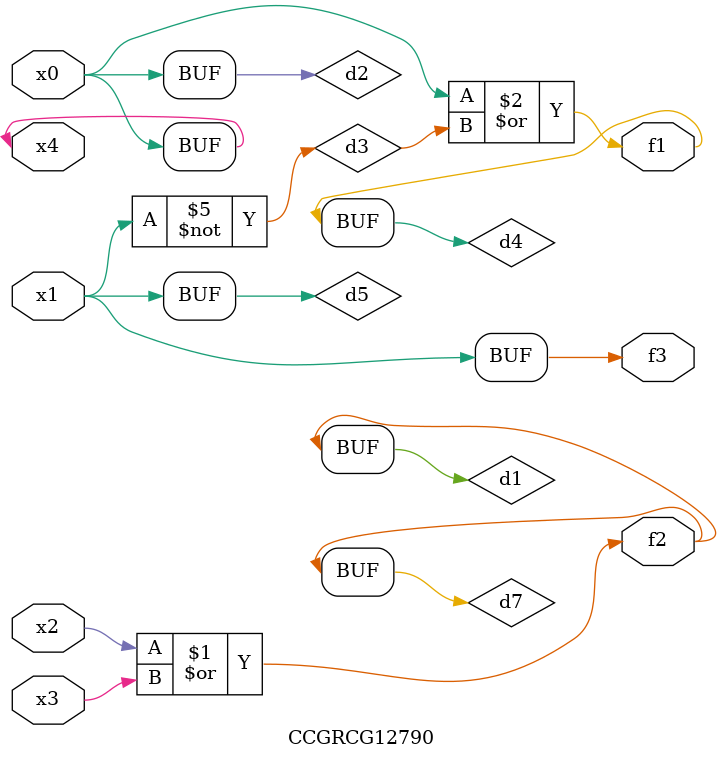
<source format=v>
module CCGRCG12790(
	input x0, x1, x2, x3, x4,
	output f1, f2, f3
);

	wire d1, d2, d3, d4, d5, d6, d7;

	or (d1, x2, x3);
	buf (d2, x0, x4);
	not (d3, x1);
	or (d4, d2, d3);
	not (d5, d3);
	nand (d6, d1, d3);
	or (d7, d1);
	assign f1 = d4;
	assign f2 = d7;
	assign f3 = d5;
endmodule

</source>
